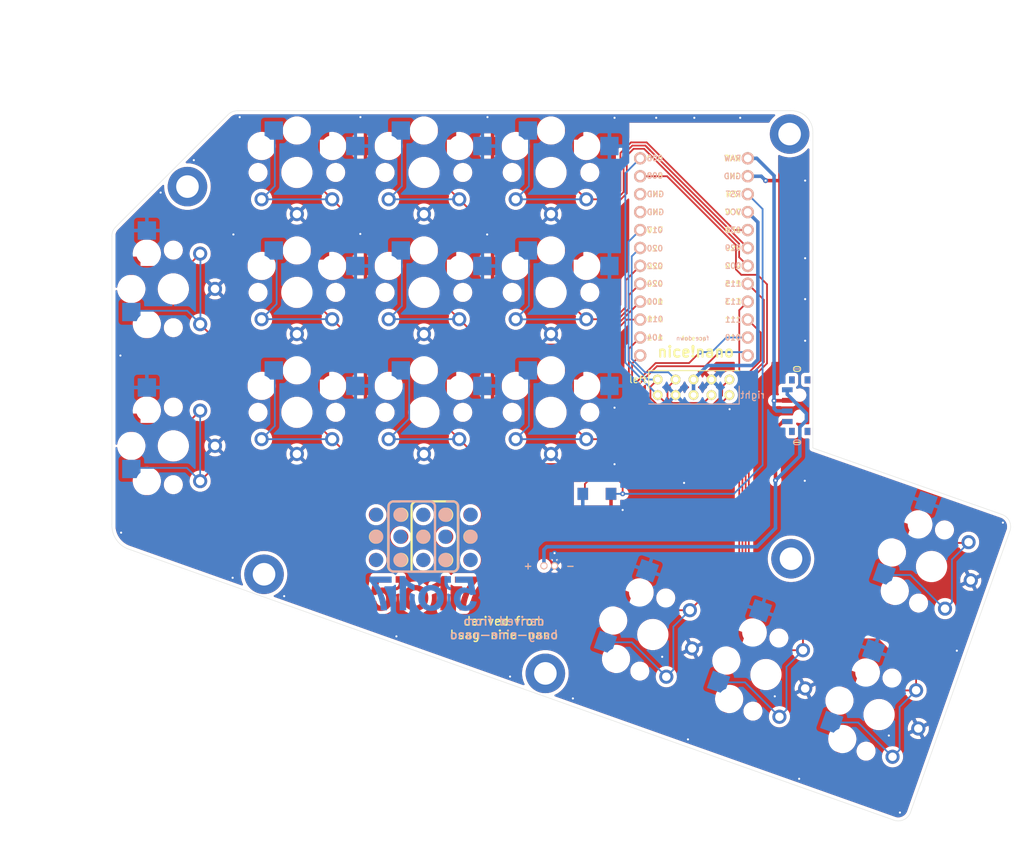
<source format=kicad_pcb>
(kicad_pcb (version 20211014) (generator pcbnew)
  (title_block (title "5o17 Nice Nano") (date "2022-11-12") (rev "v1.17.0"))
  (layers (0 "F.Cu" signal) (31 "B.Cu" signal) (34 "B.Paste" user) (35 "F.Paste" user) (36 "B.SilkS" user "B.Silkscreen") (37 "F.SilkS" user "F.Silkscreen") (38 "B.Mask" user) (39 "F.Mask" user) (44 "Edge.Cuts" user))
  (net 0 "")
  (net 1 "BAT+")
  (net 2 "GND")
  (net 3 "MOSI")
  (net 4 "SCK")
  (net 5 "VCC")
  (net 6 "CS")
  (net 7 "RST")
  (net 8 "D14")
  (net 9 "D5")
  (net 10 "D6")
  (net 11 "D15")
  (net 12 "BATIN")
  (net 13 "D21")
  (net 14 "D20")
  (net 15 "D19")
  (net 16 "D8")
  (net 17 "D7")
  (net 20 "D4")
  (net 21 "D9")
  (net 22 "D10")
  (net 23 "D11")
  (net 24 "D16")
  (net 25 "D17")
  (footprint "MountingHole:MountingHole_3.2mm_M3_DIN965_Pad" (layer "F.Cu") (at 94.01187 61.217673)
    (fp_text reference "REF**" hide)
    (fp_text value "MountingHole_3.2mm_M3_DIN965_Pad" hide)
  )
  (footprint "MountingHole:MountingHole_3.2mm_M3_DIN965_Pad" (layer "F.Cu") (at 144.711869 130.217674)
    (fp_text reference "REF**" hide)
    (fp_text value "MountingHole_3.2mm_M3_DIN965_Pad" hide)
  )
  (footprint "footprints:OLED_5Pin" (layer "F.Cu") (at 160.621869 90.762674)
    (fp_text reference "J3" hide)
    (fp_text value "nice!view" hide)
  )
  (footprint "footprints:pg1350-rev-hs-1U" (layer "F.Cu") (at 109.511867 59.217674)
    (fp_text reference "SW2" hide)
    (fp_text value "SW_Push" hide)
  )
  (footprint "footprints:pg1350-rev-hs-1U" (layer "F.Cu") (at 145.511869 59.217673)
    (fp_text reference "SW4" hide)
    (fp_text value "SW_Push" hide)
  )
  (footprint "footprints:pg1350-rev-hs-1.25U" (layer "F.Cu") (at 92.011869 97.967673)
    (fp_text reference "SW8" hide)
    (fp_text value "SW_Push" hide)
  )
  (footprint "footprints:pwr-sw-smd-pcm12" (layer "F.Cu") (at 180.411868 92.267673 90)
    (fp_text reference "SWF1" hide)
    (fp_text value "Power on/off switch" hide)
  )
  (footprint "footprints:JST-ZH-2p-1.5" (layer "F.Cu") (at 145.261869 114.967673)
    (fp_text reference "J1" hide)
    (fp_text value "JST connector" hide)
  )
  (footprint "footprints:pg1350-rev-hs-1.25U" (layer "F.Cu") (at 175.954772 130.381788 -19.5)
    (fp_text reference "SW13" hide)
    (fp_text value "SW_Push" hide)
  )
  (footprint "MountingHole:MountingHole_3.2mm_M3_DIN965_Pad" (layer "F.Cu") (at 179.511868 113.967673)
    (fp_text reference "REF**" hide)
    (fp_text value "MountingHole_3.2mm_M3_DIN965_Pad" hide)
  )
  (footprint "footprints:pg1350-rev-hs-1U" (layer "F.Cu") (at 109.511867 93.217673)
    (fp_text reference "SW9" hide)
    (fp_text value "SW_Push" hide)
  )
  (footprint "footprints:pg1350-rev-hs-1U" (layer "F.Cu") (at 127.51187 76.217672)
    (fp_text reference "SW6" hide)
    (fp_text value "SW_Push" hide)
  )
  (footprint "footprints:b3u1000p" (layer "F.Cu") (at 152.011868 104.767673 180)
    (fp_text reference "RESET1" hide)
    (fp_text value "SW_Push" hide)
  )
  (footprint "MountingHole:MountingHole_3.2mm_M3_DIN965_Pad" (layer "F.Cu") (at 104.861869 116.167673)
    (fp_text reference "REF**" hide)
    (fp_text value "MountingHole_3.2mm_M3_DIN965_Pad" hide)
  )
  (footprint "footprints:pg1350-rev-hs-1U" (layer "F.Cu") (at 92.011869 75.717672 90)
    (fp_text reference "SW1" hide)
    (fp_text value "SW_Push" hide)
  )
  (footprint "MountingHole:MountingHole_3.2mm_M3_DIN965_Pad" (layer "F.Cu") (at 179.311869 53.767673)
    (fp_text reference "REF**" hide)
    (fp_text value "MountingHole_3.2mm_M3_DIN965_Pad" hide)
  )
  (footprint "footprints:pg1350-rev-hs-1U" (layer "F.Cu") (at 145.511868 76.217672)
    (fp_text reference "SW7" hide)
    (fp_text value "SW_Push" hide)
  )
  (footprint "footprints:nine-silk" (layer "F.Cu") (at 135.044915 110.979549)
    (fp_text reference "G***" hide)
    (fp_text value "LOGO" hide)
  )
  (footprint "footprints:pg1350-rev-hs-1U" (layer "F.Cu") (at 145.511868 93.217673)
    (fp_text reference "SW11" hide)
    (fp_text value "SW_Push" hide)
  )
  (footprint "footprints:pg1350-rev-hs-1.25U" (layer "F.Cu") (at 191.979678 136.056505 -19.5)
    (fp_text reference "SW13" hide)
    (fp_text value "SW_Push" hide)
  )
  (footprint "footprints:OLED_5Pin" (layer "F.Cu") (at 160.621869 88.562673)
    (fp_text reference "J2" hide)
    (fp_text value "nice!view" hide)
  )
  (footprint "footprints:pg1350-rev-hs-1U" (layer "F.Cu") (at 199.414055 115.062473 70.5)
    (fp_text reference "SW15" hide)
    (fp_text value "SW_Push" hide)
  )
  (footprint "footprints:nice-nano-no-rev" (layer "F.Cu") (at 165.761867 69.917673)
    (fp_text reference "U1" hide)
    (fp_text value "nice_nano" hide)
  )
  (footprint "footprints:pg1350-rev-hs-1U" (layer "F.Cu") (at 127.511867 93.217673)
    (fp_text reference "SW10" hide)
    (fp_text value "SW_Push" hide)
  )
  (footprint "footprints:pg1350-rev-hs-1U" (layer "F.Cu") (at 127.511868 59.217673)
    (fp_text reference "SW3" hide)
    (fp_text value "SW_Push" hide)
  )
  (footprint "footprints:pg1350-rev-hs-1.25U" (layer "F.Cu") (at 159.929869 124.707074 -19.5)
    (fp_text reference "SW12" hide)
    (fp_text value "SW_Push" hide)
  )
  (footprint "footprints:pg1350-rev-hs-1U" (layer "F.Cu") (at 109.511869 76.217675)
    (fp_text reference "SW5" hide)
    (fp_text value "SW_Push" hide)
  )
  (footprint "footprints:nine-silk" (layer "B.Cu") (at 119.794915 110.979549 180)
    (fp_text reference "G***" hide)
    (fp_text value "LOGO" hide)
  )
  (gr_line locked (start 83.761867 67.017673) (end 99.661868 51.117673) (layer "Edge.Cuts") (width 0.05))
  (gr_line locked (start 83.311869 109.042673) (end 83.311868 68.267673) (layer "Edge.Cuts") (width 0.05))
  (gr_line locked (start 101.11187 50.467674) (end 179.411868 50.467672) (layer "Edge.Cuts") (width 0.05))
  (gr_arc locked (start 196.411775 149.992389) (mid 195.380091 151.002364) (end 193.936774 150.967389) (layer "Edge.Cuts") (width 0.05))
  (gr_line locked (start 193.936774 150.967389) (end 85.861867 112.667673) (layer "Edge.Cuts") (width 0.05))
  (gr_arc locked (start 83.311868 68.267673) (mid 83.410852 67.597308) (end 83.761867 67.017673) (layer "Edge.Cuts") (width 0.05))
  (gr_arc locked (start 85.861867 112.667673) (mid 83.957987 111.29756) (end 83.311869 109.042673) (layer "Edge.Cuts") (width 0.05))
  (gr_line locked (start 182.611869 53.667674) (end 182.611869 98.272808) (layer "Edge.Cuts") (width 0.05))
  (gr_line (start 182.611869 98.272808) (end 209.395116 107.687145) (layer "Edge.Cuts") (width 0.05))
  (gr_line (start 210.460129 110.180473) (end 196.411775 149.992389) (layer "Edge.Cuts") (width 0.05))
  (gr_arc locked (start 179.411868 50.467672) (mid 181.725368 51.354182) (end 182.611869 53.667674) (layer "Edge.Cuts") (width 0.05))
  (gr_arc locked (start 209.395116 107.687145) (mid 210.475 108.7) (end 210.460129 110.180473) (layer "Edge.Cuts") (width 0.05))
  (gr_arc locked (start 99.661868 51.117673) (mid 100.315259 50.632923) (end 101.11187 50.467674) (layer "Edge.Cuts") (width 0.05))
  (gr_text "derived from\nbsag-nine-nano" (at 138.844915 123.779549) (layer "B.SilkS") (effects (font (size 1.2 1.2) (thickness 0.2)) (justify mirror)))
  (gr_text "derived from\nbsag-nine-nano" (at 138.844915 123.779549) (layer "F.SilkS") (effects (font (size 1.2 1.2) (thickness 0.2))))
  (segment locked (start 177.311868 95.567672) (end 178.361868 94.517673) (width 0.5) (layer "F.Cu") (net 1))
  (segment locked (start 177.311868 102.867673) (end 177.311868 95.567672) (width 0.5) (layer "F.Cu") (net 1))
  (segment locked (start 178.361868 94.517673) (end 178.981869 94.517672) (width 0.5) (layer "F.Cu") (net 1))
  (via locked (at 177.311868 102.867673) (size 0.7) (drill 0.3) (layers "F.Cu" "B.Cu") (net 1))
  (segment (start 174.68179 112.267673) (end 177.311867 109.637596) (width 0.5) (layer "B.Cu") (net 1))
  (segment (start 177.311867 109.637596) (end 177.311868 102.867673) (width 0.5) (layer "B.Cu") (net 1))
  (segment locked (start 178.981868 90.017673) (end 178.981869 90.664167) (width 0.5) (layer "B.Cu") (net 1))
  (segment locked (start 180.761868 95.297673) (end 180.761867 99.417673) (width 0.5) (layer "B.Cu") (net 1))
  (segment locked (start 181.691869 93.374169) (end 181.691869 94.367672) (width 0.5) (layer "B.Cu") (net 1))
  (segment locked (start 178.981869 90.664167) (end 181.691869 93.374169) (width 0.5) (layer "B.Cu") (net 1))
  (segment locked (start 144.511869 112.667672) (end 144.91187 112.267673) (width 0.5) (layer "B.Cu") (net 1))
  (segment locked (start 180.761867 99.417673) (end 177.311868 102.867673) (width 0.5) (layer "B.Cu") (net 1))
  (segment (start 144.91187 112.267673) (end 174.68179 112.267673) (width 0.5) (layer "B.Cu") (net 1))
  (segment locked (start 181.691869 94.367672) (end 180.761868 95.297673) (width 0.5) (layer "B.Cu") (net 1))
  (segment locked (start 144.51187 114.967673) (end 144.511869 112.667672) (width 0.5) (layer "B.Cu") (net 1))
  (segment (start 175.91187 60.367673) (end 181.511868 60.367673) (width 0.5) (layer "F.Cu") (net 2))
  (segment (start 155.661868 107.054549) (end 154.044914 107.054549) (width 0.5) (layer "F.Cu") (net 2))
  (segment (start 154.044914 107.054549) (end 154.011867 107.021502) (width 0.5) (layer "F.Cu") (net 2))
  (segment (start 154.011867 107.021502) (end 154.011868 104.767673) (width 0.5) (layer "F.Cu") (net 2))
  (via locked (at 136.511868 51.367674) (size 0.7) (drill 0.3) (layers "F.Cu" "B.Cu") (net 2))
  (via locked (at 146.011869 113.167673) (size 0.7) (drill 0.3) (layers "F.Cu" "B.Cu") (net 2))
  (via locked (at 181.511868 77.167673) (size 0.7) (drill 0.3) (layers "F.Cu" "B.Cu") (net 2))
  (via (at 155.661868 107.054549) (size 0.7) (drill 0.3) (layers "F.Cu" "B.Cu") (net 2))
  (via locked (at 123.611868 124.967673) (size 0.7) (drill 0.3) (layers "F.Cu" "B.Cu") (net 2))
  (via locked (at 172.311868 51.467673) (size 0.7) (drill 0.3) (layers "F.Cu" "B.Cu") (net 2))
  (via locked (at 170.811867 92.767672) (size 0.7) (drill 0.3) (layers "F.Cu" "B.Cu") (net 2))
  (via (at 154.511868 92.554549) (size 0.7) (drill 0.3) (layers "F.Cu" "B.Cu") (net 2))
  (via locked (at 181.511868 71.367673) (size 0.7) (drill 0.3) (layers "F.Cu" "B.Cu") (net 2))
  (via locked (at 160.411868 51.467672) (size 0.7) (drill 0.3) (layers "F.Cu" "B.Cu") (net 2))
  (via locked (at 139.711869 130.667675) (size 0.7) (drill 0.3) (layers "F.Cu" "B.Cu") (net 2))
  (via locked (at 94.911868 57.467672) (size 0.7) (drill 0.3) (layers "F.Cu" "B.Cu") (net 2))
  (via locked (at 100.411869 116.667673) (size 0.7) (drill 0.3) (layers "F.Cu" "B.Cu") (net 2))
  (via locked (at 175.91187 60.367673) (size 0.7) (drill 0.3) (layers "F.Cu" "B.Cu") (net 2))
  (via locked (at 84.611867 110.267674) (size 0.7) (drill 0.3) (layers "F.Cu" "B.Cu") (net 2))
  (via locked (at 148.611869 133.767673) (size 0.7) (drill 0.3) (layers "F.Cu" "B.Cu") (net 2))
  (via locked (at 209.525 108.85) (size 0.7) (drill 0.3) (layers "F.Cu" "B.Cu") (net 2))
  (via locked (at 164.911869 139.567673) (size 0.7) (drill 0.3) (layers "F.Cu" "B.Cu") (net 2))
  (via (at 136.469914 68.00455) (size 0.7) (drill 0.3) (layers "F.Cu" "B.Cu") (net 2))
  (via locked (at 181.511868 60.367673) (size 0.7) (drill 0.3) (layers "F.Cu" "B.Cu") (net 2))
  (via locked (at 194.936775 149.94239) (size 0.7) (drill 0.3) (layers "F.Cu" "B.Cu") (net 2))
  (via (at 180.664855 145.155838) (size 0.7) (drill 0.3) (layers "F.Cu" "B.Cu") (net 2))
  (via locked (at 181.461867 102.917673) (size 0.7) (drill 0.3) (layers "F.Cu" "B.Cu") (net 2))
  (via (at 118.494915 67.92955) (size 0.7) (drill 0.3) (layers "F.Cu" "B.Cu") (net 2))
  (via locked (at 161.261868 127.867674) (size 0.7) (drill 0.3) (layers "F.Cu" "B.Cu") (net 2))
  (via locked (at 164.361869 103.217675) (size 0.7) (drill 0.3) (layers "F.Cu" "B.Cu") (net 2))
  (via locked (at 177.211869 133.467675) (size 0.7) (drill 0.3) (layers "F.Cu" "B.Cu") (net 2))
  (via locked (at 181.511867 83.067673) (size 0.7) (drill 0.3) (layers "F.Cu" "B.Cu") (net 2))
  (via locked (at 118.511868 51.367673) (size 0.7) (drill 0.3) (layers "F.Cu" "B.Cu") (net 2))
  (via locked (at 165.81187 51.467674) (size 0.7) (drill 0.3) (layers "F.Cu" "B.Cu") (net 2))
  (via locked (at 154.51187 51.467673) (size 0.7) (drill 0.3) (layers "F.Cu" "B.Cu") (net 2))
  (via locked (at 107.711868 119.267673) (size 0.7) (drill 0.3) (layers "F.Cu" "B.Cu") (net 2))
  (via locked (at 90.211868 62.067672) (size 0.7) (drill 0.3) (layers "F.Cu" "B.Cu") (net 2))
  (via locked (at 154.511868 100.567673) (size 0.7) (drill 0.3) (layers "F.Cu" "B.Cu") (net 2))
  (via (at 193.369915 139.029549) (size 0.7) (drill 0.3) (layers "F.Cu" "B.Cu") (net 2))
  (via locked (at 84.511869 85.167673) (size 0.7) (drill 0.3) (layers "F.Cu" "B.Cu") (net 2))
  (via (at 100.519915 68.004549) (size 0.7) (drill 0.3) (layers "F.Cu" "B.Cu") (net 2))
  (via (at 203 127) (size 0.7) (drill 0.3) (layers "F.Cu" "B.Cu") (net 2))
  (via locked (at 101.41187 51.367673) (size 0.7) (drill 0.3) (layers "F.Cu" "B.Cu") (net 2))
  (segment locked (start 169.490368 91.446173) (end 170.811867 92.767672) (width 0.5) (layer "B.Cu") (net 2))
  (segment locked (start 169.490369 89.811173) (end 169.490368 91.446173) (width 0.5) (layer "B.Cu") (net 2))
  (segment locked (start 168.241869 88.562672) (end 169.490369 89.811173) (width 0.5) (layer "B.Cu") (net 2))
  (segment locked (start 146.011868 114.967673) (end 146.011869 113.167673) (width 0.5) (layer "B.Cu") (net 2))
  (segment (start 150.011868 106.971502) (end 150.094914 107.054549) (width 0.5) (layer "B.Cu") (net 2))
  (segment (start 150.094914 107.054549) (end 155.661868 107.054549) (width 0.5) (layer "B.Cu") (net 2))
  (segment locked (start 165.166867 92.767673) (end 170.811867 92.767672) (width 0.5) (layer "B.Cu") (net 2))
  (segment locked (start 173.38187 59.751673) (end 175.295869 59.751672) (width 0.5) (layer "B.Cu") (net 2))
  (segment locked (start 175.295869 59.751672) (end 175.91187 60.367673) (width 0.5) (layer "B.Cu") (net 2))
  (segment locked (start 163.161867 90.762673) (end 165.166867 92.767673) (width 0.5) (layer "B.Cu") (net 2))
  (segment (start 150.011868 104.767673) (end 150.011868 106.971502) (width 0.5) (layer "B.Cu") (net 2))
  (segment locked (start 170.781867 90.762672) (end 168.75837 92.786174) (width 0.25) (layer "F.Cu") (net 3))
  (segment locked (start 159.598367 91.186621) (end 159.598368 89.586172) (width 0.25) (layer "F.Cu") (net 3))
  (segment locked (start 159.598368 89.586172) (end 160.621869 88.562673) (width 0.25) (layer "F.Cu") (net 3))
  (segment locked (start 161.197922 92.786173) (end 159.598367 91.186621) (width 0.25) (layer "F.Cu") (net 3))
  (segment locked (start 168.75837 92.786174) (end 161.197922 92.786173) (width 0.25) (layer "F.Cu") (net 3))
  (segment locked (start 156.49057 85.835664) (end 156.490567 69.022973) (width 0.25) (layer "B.Cu") (net 3))
  (segment locked (start 159.217578 88.562673) (end 156.49057 85.835664) (width 0.25) (layer "B.Cu") (net 3))
  (segment locked (start 156.490567 69.022973) (end 158.14187 67.371673) (width 0.25) (layer "B.Cu") (net 3))
  (segment locked (start 160.621869 88.562673) (end 159.217578 88.562673) (width 0.25) (layer "B.Cu") (net 3))
  (segment locked (start 162.011868 89.712674) (end 163.161867 88.562673) (width 0.25) (layer "F.Cu") (net 4))
  (segment locked (start 168.241867 90.762673) (end 167.118368 91.886172) (width 0.25) (layer "F.Cu") (net 4))
  (segment locked (start 162.696498 91.886174) (end 162.011868 91.201542) (width 0.25) (layer "F.Cu") (net 4))
  (segment locked (start 167.118368 91.886172) (end 162.696498 91.886174) (width 0.25) (layer "F.Cu") (net 4))
  (segment locked (start 162.011868 91.201542) (end 162.011868 89.712674) (width 0.25) (layer "F.Cu") (net 4))
  (segment locked (start 156.940569 85.649267) (end 156.940567 71.112973) (width 0.25) (layer "B.Cu") (net 4))
  (segment locked (start 163.161867 88.562673) (end 162.138368 87.539173) (width 0.25) (layer "B.Cu") (net 4))
  (segment locked (start 162.138368 87.539173) (end 158.830472 87.539173) (width 0.25) (layer "B.Cu") (net 4))
  (segment locked (start 156.940567 71.112973) (end 158.141867 69.911673) (width 0.25) (layer "B.Cu") (net 4))
  (segment locked (start 158.830472 87.539173) (end 156.940569 85.649267) (width 0.25) (layer "B.Cu") (net 4))
  (segment locked (start 165.701868 88.562672) (end 167.686569 86.577972) (width 0.5) (layer "B.Cu") (net 5))
  (segment locked (start 174.811869 85.738765) (end 174.811869 66.261673) (width 0.5) (layer "B.Cu") (net 5))
  (segment locked (start 174.811869 66.261673) (end 173.38187 64.831673) (width 0.5) (layer "B.Cu") (net 5))
  (segment locked (start 167.686569 86.577972) (end 173.972663 86.577972) (width 0.5) (layer "B.Cu") (net 5))
  (segment locked (start 165.70187 90.762673) (end 165.701868 88.562672) (width 0.5) (layer "B.Cu") (net 5))
  (segment locked (start 173.972663 86.577972) (end 174.811869 85.738765) (width 0.5) (layer "B.Cu") (net 5))
  (segment locked (start 160.621869 90.762674) (end 162.195369 92.336174) (width 0.25) (layer "F.Cu") (net 6))
  (segment locked (start 168.243369 92.336172) (end 169.758369 90.821174) (width 0.25) (layer "F.Cu") (net 6))
  (segment locked (start 162.195369 92.336174) (end 168.243369 92.336172) (width 0.25) (layer "F.Cu") (net 6))
  (segment locked (start 169.758369 90.821174) (end 169.758367 89.586173) (width 0.25) (layer "F.Cu") (net 6))
  (segment locked (start 169.758367 89.586173) (end 170.781868 88.562673) (width 0.25) (layer "F.Cu") (net 6))
  (segment locked (start 156.040567 86.181373) (end 160.621869 90.762674) (width 0.25) (layer "B.Cu") (net 6))
  (segment locked (start 156.040568 59.312973) (end 156.040567 86.181373) (width 0.25) (layer "B.Cu") (net 6))
  (segment locked (start 158.141868 57.211673) (end 156.040568 59.312973) (width 0.25) (layer "B.Cu") (net 6))
  (segment (start 154.95804 102.717674) (end 155.661869 103.421503) (width 0.25) (layer "F.Cu") (net 7))
  (segment (start 153.611869 102.717675) (end 154.95804 102.717674) (width 0.25) (layer "F.Cu") (net 7))
  (segment (start 155.661869 103.421503) (end 155.661869 104.767675) (width 0.25) (layer "F.Cu") (net 7))
  (segment locked (start 150.311867 104.767673) (end 150.311869 103.367673) (width 0.25) (layer "F.Cu") (net 7))
  (segment locked (start 150.311869 103.367673) (end 150.961868 102.717672) (width 0.25) (layer "F.Cu") (net 7))
  (segment locked (start 150.961868 102.717672) (end 153.611869 102.717675) (width 0.25) (layer "F.Cu") (net 7))
  (via locked (at 155.661869 104.767675) (size 0.7) (drill 0.3) (layers "F.Cu" "B.Cu") (net 7))
  (segment (start 175.486868 88.946503) (end 175.486869 64.396672) (width 0.25) (layer "B.Cu") (net 7))
  (segment (start 171.406789 104.767674) (end 175.486868 100.687596) (width 0.25) (layer "B.Cu") (net 7))
  (segment (start 155.661869 104.767675) (end 171.406789 104.767674) (width 0.25) (layer "B.Cu") (net 7))
  (segment locked (start 175.486869 64.396672) (end 173.381867 62.291673) (width 0.25) (layer "B.Cu") (net 7))
  (segment (start 175.486868 100.687596) (end 175.486868 88.946503) (width 0.25) (layer "B.Cu") (net 7))
  (segment locked (start 153.711867 104.767673) (end 155.661869 104.767675) (width 0.25) (layer "B.Cu") (net 7))
  (segment (start 172.630569 88.482499) (end 172.630569 114.565203) (width 0.25) (layer "F.Cu") (net 8))
  (segment (start 181.205843 126.937048) (end 173.067835 126.937048) (width 0.25) (layer "F.Cu") (net 8))
  (segment (start 173.067835 126.937048) (end 171.439275 125.308486) (width 0.25) (layer "F.Cu") (net 8))
  (segment (start 172.630569 114.565203) (end 181.205843 123.140478) (width 0.25) (layer "F.Cu") (net 8))
  (segment (start 175.21187 81.901673) (end 175.21187 85.901198) (width 0.25) (layer "F.Cu") (net 8))
  (segment (start 173.381867 80.071673) (end 175.21187 81.901673) (width 0.25) (layer "F.Cu") (net 8))
  (segment (start 181.205843 123.140478) (end 181.205843 126.937048) (width 0.25) (layer "F.Cu") (net 8))
  (segment (start 175.21187 85.901198) (end 172.630569 88.482499) (width 0.25) (layer "F.Cu") (net 8))
  (segment locked (start 169.252839 131.482789) (end 172.987102 131.482789) (width 0.25) (layer "B.Cu") (net 8))
  (segment locked (start 178.867775 129.275118) (end 181.205843 126.937048) (width 0.25) (layer "B.Cu") (net 8))
  (segment locked (start 177.867775 136.363463) (end 178.867776 135.363463) (width 0.25) (layer "B.Cu") (net 8))
  (segment locked (start 172.987102 131.482789) (end 177.867775 136.363463) (width 0.25) (layer "B.Cu") (net 8))
  (segment locked (start 178.867776 135.363463) (end 178.867775 129.275118) (width 0.25) (layer "B.Cu") (net 8))
  (segment (start 146.894915 83.579549) (end 151.457596 83.579549) (width 0.25) (layer "F.Cu") (net 9))
  (segment (start 132.533037 80.017672) (end 136.119915 83.604549) (width 0.25) (layer "F.Cu") (net 9))
  (segment (start 156.544915 78.49223) (end 156.544915 76.588626) (width 0.25) (layer "F.Cu") (net 9))
  (segment (start 146.869915 83.604549) (end 146.894915 83.579549) (width 0.25) (layer "F.Cu") (net 9))
  (segment (start 132.51187 80.017672) (end 132.533037 80.017672) (width 0.25) (layer "F.Cu") (net 9))
  (segment (start 156.544915 76.588626) (end 158.141867 74.991673) (width 0.25) (layer "F.Cu") (net 9))
  (segment (start 130.636867 70.405176) (end 130.636868 78.130172) (width 0.25) (layer "F.Cu") (net 9))
  (segment (start 151.457596 83.579549) (end 156.544915 78.49223) (width 0.25) (layer "F.Cu") (net 9))
  (segment (start 136.119915 83.604549) (end 146.869915 83.604549) (width 0.25) (layer "F.Cu") (net 9))
  (segment (start 130.636868 78.130172) (end 132.511869 80.005174) (width 0.25) (layer "F.Cu") (net 9))
  (segment (start 130.786867 70.255173) (end 130.636867 70.405176) (width 0.25) (layer "F.Cu") (net 9))
  (segment (start 124.236867 70.255173) (end 124.386868 70.405173) (width 0.25) (layer "B.Cu") (net 9))
  (segment (start 124.386868 70.405173) (end 124.386867 78.130172) (width 0.25) (layer "B.Cu") (net 9))
  (segment (start 122.511869 80.005173) (end 132.511869 80.005174) (width 0.25) (layer "B.Cu") (net 9))
  (segment (start 124.386867 78.130172) (end 122.511869 80.005173) (width 0.25) (layer "B.Cu") (net 9))
  (segment (start 112.761867 70.255172) (end 112.319915 70.697124) (width 0.25) (layer "F.Cu") (net 10))
  (segment (start 114.511869 80.017674) (end 118.548744 84.054549) (width 0.25) (layer "F.Cu") (net 10))
  (segment (start 112.319915 77.83822) (end 114.486869 80.005173) (width 0.25) (layer "F.Cu") (net 10))
  (segment (start 118.548744 84.054549) (end 151.618992 84.05455) (width 0.25) (layer "F.Cu") (net 10))
  (segment (start 112.319915 70.697124) (end 112.319915 77.83822) (width 0.25) (layer "F.Cu") (net 10))
  (segment (start 151.618992 84.05455) (end 158.141868 77.531673) (width 0.25) (layer "F.Cu") (net 10))
  (segment (start 106.644914 77.847126) (end 104.486868 80.005173) (width 0.25) (layer "B.Cu") (net 10))
  (segment (start 106.644915 70.688221) (end 106.644914 77.847126) (width 0.25) (layer "B.Cu") (net 10))
  (segment (start 106.211867 70.255172) (end 106.644915 70.688221) (width 0.25) (layer "B.Cu") (net 10))
  (segment (start 104.486868 80.005173) (end 114.486869 80.005173) (width 0.25) (layer "B.Cu") (net 10))
  (segment locked (start 172.180569 78.732973) (end 172.180569 98.262705) (width 0.25) (layer "F.Cu") (net 11))
  (segment (start 172.180569 114.262705) (end 168.84182 117.601454) (width 0.25) (layer "F.Cu") (net 11))
  (segment locked (start 157.04293 121.262332) (end 165.180941 121.262332) (width 0.25) (layer "F.Cu") (net 11))
  (segment (start 172.180569 98.262705) (end 172.180569 114.262705) (width 0.25) (layer "F.Cu") (net 11))
  (segment (start 168.84182 117.601454) (end 165.180941 121.262332) (width 0.25) (layer "F.Cu") (net 11))
  (segment locked (start 173.38187 77.531673) (end 172.180569 78.732973) (width 0.25) (layer "F.Cu") (net 11))
  (segment (start 172.180569 114.262704) (end 168.84182 117.601454) (width 0.25) (layer "F.Cu") (net 11))
  (segment locked (start 155.414369 119.633772) (end 157.04293 121.262332) (width 0.25) (layer "F.Cu") (net 11))
  (segment locked (start 161.842872 130.688747) (end 162.842872 129.688746) (width 0.25) (layer "B.Cu") (net 11))
  (segment locked (start 162.842872 129.688746) (end 162.842871 123.600401) (width 0.25) (layer "B.Cu") (net 11))
  (segment locked (start 153.227935 125.808074) (end 156.962197 125.808072) (width 0.25) (layer "B.Cu") (net 11))
  (segment locked (start 162.842871 123.600401) (end 165.180941 121.262332) (width 0.25) (layer "B.Cu") (net 11))
  (segment locked (start 156.962197 125.808072) (end 161.842872 130.688747) (width 0.25) (layer "B.Cu") (net 11))
  (segment locked (start 178.931869 91.567674) (end 178.981867 91.517673) (width 0.5) (layer "F.Cu") (net 12))
  (segment locked (start 177.111867 91.567674) (end 178.931869 91.567674) (width 0.5) (layer "F.Cu") (net 12))
  (via locked (at 177.111867 91.567674) (size 0.7) (drill 0.3) (layers "F.Cu" "B.Cu") (net 12))
  (segment locked (start 178.981869 93.017675) (end 177.461869 93.017673) (width 0.5) (layer "B.Cu") (net 12))
  (segment (start 177.111869 59.667673) (end 177.111867 91.567674) (width 0.5) (layer "B.Cu") (net 12))
  (segment (start 177.111869 92.667673) (end 177.111869 91.567676) (width 0.5) (layer "B.Cu") (net 12))
  (segment (start 177.111869 91.567676) (end 177.111867 91.567674) (width 0.5) (layer "B.Cu") (net 12))
  (segment locked (start 174.655869 57.211672) (end 173.381868 57.211674) (width 0.5) (layer "B.Cu") (net 12))
  (segment locked (start 177.461869 93.017673) (end 177.111869 92.667673) (width 0.5) (layer "B.Cu") (net 12))
  (segment (start 174.655869 57.211672) (end 177.111869 59.667673) (width 0.5) (layer "B.Cu") (net 12))
  (segment (start 155.344915 56.456757) (end 156.847122 54.954549) (width 0.25) (layer "F.Cu") (net 13))
  (segment locked (start 148.636866 61.142673) (end 150.511868 63.017672) (width 0.25) (layer "F.Cu") (net 13))
  (segment locked (start 148.636868 53.417675) (end 148.636866 61.142673) (width 0.25) (layer "F.Cu") (net 13))
  (segment (start 154.131791 63.017673) (end 155.344915 61.804549) (width 0.25) (layer "F.Cu") (net 13))
  (segment (start 150.511868 63.017673) (end 154.131791 63.017673) (width 0.25) (layer "F.Cu") (net 13))
  (segment locked (start 171.478264 67.371673) (end 173.381868 67.371673) (width 0.25) (layer "F.Cu") (net 13))
  (segment (start 155.344915 61.804549) (end 155.344915 56.456757) (width 0.25) (layer "F.Cu") (net 13))
  (segment locked (start 148.786869 53.267673) (end 148.636868 53.417675) (width 0.25) (layer "F.Cu") (net 13))
  (segment (start 156.847122 54.954549) (end 159.061139 54.95455) (width 0.25) (layer "F.Cu") (net 13))
  (segment (start 159.061139 54.95455) (end 171.478264 67.371673) (width 0.25) (layer "F.Cu") (net 13))
  (segment locked (start 142.38687 53.417675) (end 142.38687 61.142672) (width 0.25) (layer "B.Cu") (net 13))
  (segment locked (start 140.511867 63.017673) (end 150.511868 63.017672) (width 0.25) (layer "B.Cu") (net 13))
  (segment locked (start 142.38687 61.142672) (end 140.511867 63.017673) (width 0.25) (layer "B.Cu") (net 13))
  (segment locked (start 142.236869 53.267672) (end 142.38687 53.417675) (width 0.25) (layer "B.Cu") (net 13))
  (segment (start 159.547329 56.077135) (end 173.381868 69.911674) (width 0.25) (layer "F.Cu") (net 14))
  (segment locked (start 132.511867 63.017673) (end 136.36187 66.867673) (width 0.25) (layer "F.Cu") (net 14))
  (segment locked (start 130.636868 61.142674) (end 132.511867 63.017673) (width 0.25) (layer "F.Cu") (net 14))
  (segment (start 136.36187 66.867673) (end 150.918187 66.867673) (width 0.25) (layer "F.Cu") (net 14))
  (segment (start 158.874743 55.404549) (end 159.547329 56.077135) (width 0.25) (layer "F.Cu") (net 14))
  (segment (start 155.794914 56.643153) (end 157.033518 55.404549) (width 0.25) (layer "F.Cu") (net 14))
  (segment (start 157.033518 55.404549) (end 158.874743 55.404549) (width 0.25) (layer "F.Cu") (net 14))
  (segment (start 159.030569 55.560374) (end 159.547329 56.077135) (width 0.25) (layer "F.Cu") (net 14))
  (segment locked (start 130.786869 53.267673) (end 130.636867 53.417674) (width 0.25) (layer "F.Cu") (net 14))
  (segment (start 155.794915 61.990945) (end 155.794914 56.643153) (width 0.25) (layer "F.Cu") (net 14))
  (segment locked (start 130.636867 53.417674) (end 130.636868 61.142674) (width 0.25) (layer "F.Cu") (net 14))
  (segment (start 150.918187 66.867673) (end 155.794915 61.990945) (width 0.25) (layer "F.Cu") (net 14))
  (segment locked (start 124.38687 53.417674) (end 124.38687 61.142671) (width 0.25) (layer "B.Cu") (net 14))
  (segment locked (start 124.236867 53.267673) (end 124.38687 53.417674) (width 0.25) (layer "B.Cu") (net 14))
  (segment locked (start 122.511869 63.017674) (end 132.511867 63.017673) (width 0.25) (layer "B.Cu") (net 14))
  (segment locked (start 124.38687 61.142671) (end 122.511869 63.017674) (width 0.25) (layer "B.Cu") (net 14))
  (segment (start 151.104583 67.317673) (end 156.244915 62.177341) (width 0.25) (layer "F.Cu") (net 15))
  (segment (start 158.688347 55.854549) (end 172.161868 69.32807) (width 0.25) (layer "F.Cu") (net 15))
  (segment (start 157.219915 55.854549) (end 158.688347 55.854549) (width 0.25) (layer "F.Cu") (net 15))
  (segment (start 156.244915 56.829549) (end 157.219915 55.854549) (width 0.25) (layer "F.Cu") (net 15))
  (segment locked (start 112.636866 53.417674) (end 112.636868 61.142672) (width 0.25) (layer "F.Cu") (net 15))
  (segment locked (start 172.161867 69.532778) (end 172.161869 71.231673) (width 0.25) (layer "F.Cu") (net 15))
  (segment locked (start 172.161869 71.231673) (end 173.381869 72.451673) (width 0.25) (layer "F.Cu") (net 15))
  (segment (start 172.161868 69.32807) (end 172.161867 69.532778) (width 0.25) (layer "F.Cu") (net 15))
  (segment (start 118.811869 67.317673) (end 151.104583 67.317673) (width 0.25) (layer "F.Cu") (net 15))
  (segment (start 156.244915 62.177341) (end 156.244915 56.829549) (width 0.25) (layer "F.Cu") (net 15))
  (segment locked (start 112.636868 61.142672) (end 114.511869 63.017675) (width 0.25) (layer "F.Cu") (net 15))
  (segment locked (start 112.786869 53.267672) (end 112.636866 53.417674) (width 0.25) (layer "F.Cu") (net 15))
  (segment locked (start 114.511869 63.017675) (end 118.811869 67.317673) (width 0.25) (layer "F.Cu") (net 15))
  (segment locked (start 106.386868 61.142672) (end 104.511869 63.017673) (width 0.25) (layer "B.Cu") (net 15))
  (segment locked (start 106.386869 53.417674) (end 106.386868 61.142672) (width 0.25) (layer "B.Cu") (net 15))
  (segment locked (start 104.511869 63.017673) (end 114.511869 63.017675) (width 0.25) (layer "B.Cu") (net 15))
  (segment locked (start 106.236868 53.267672) (end 106.386869 53.417674) (width 0.25) (layer "B.Cu") (net 15))
  (segment (start 150.511868 97.017674) (end 155.047603 97.017673) (width 0.25) (layer "F.Cu") (net 16))
  (segment (start 156.544915 84.208626) (end 158.141867 82.611673) (width 0.25) (layer "F.Cu") (net 16))
  (segment locked (start 148.636866 87.417675) (end 148.636868 95.142672) (width 0.25) (layer "F.Cu") (net 16))
  (segment locked (start 148.786868 87.267673) (end 148.636866 87.417675) (width 0.25) (layer "F.Cu") (net 16))
  (segment (start 156.544915 95.520361) (end 156.544915 84.208626) (width 0.25) (layer "F.Cu") (net 16))
  (segment (start 155.047603 97.017673) (end 156.544915 95.520361) (width 0.25) (layer "F.Cu") (net 16))
  (segment locked (start 148.636868 95.142672) (end 150.511868 97.017673) (width 0.25) (layer "F.Cu") (net 16))
  (segment locked (start 142.236869 87.267675) (end 142.38687 87.417674) (width 0.25) (layer "B.Cu") (net 16))
  (segment locked (start 142.386869 95.142672) (end 140.511869 97.017673) (width 0.25) (layer "B.Cu") (net 16))
  (segment locked (start 142.38687 87.417674) (end 142.386869 95.142672) (width 0.25) (layer "B.Cu") (net 16))
  (segment locked (start 140.511869 97.017673) (end 150.511868 97.017673) (width 0.25) (layer "B.Cu") (net 16))
  (segment (start 156.238264 80.071673) (end 158.141868 80.071673) (width 0.25) (layer "F.Cu") (net 17))
  (segment (start 151.805388 84.504549) (end 156.238264 80.071673) (width 0.25) (layer "F.Cu") (net 17))
  (segment (start 94.328704 72.21334) (end 95.84937 70.692674) (width 0.25) (layer "F.Cu") (net 17))
  (segment (start 99.598746 84.504549) (end 151.805388 84.504549) (width 0.25) (layer "F.Cu") (net 17))
  (segment (start 86.09937 72.417677) (end 86.249368 72.567676) (width 0.25) (layer "F.Cu") (net 17))
  (segment (start 93.94937 72.592673) (end 94.328704 72.21334) (width 0.25) (layer "F.Cu") (net 17))
  (segment (start 95.811869 80.717672) (end 99.598746 84.504549) (width 0.25) (layer "F.Cu") (net 17))
  (segment (start 93.974369 72.567674) (end 94.328704 72.21334) (width 0.25) (layer "F.Cu") (net 17))
  (segment (start 86.061868 72.442672) (end 86.21187 72.592673) (width 0.25) (layer "F.Cu") (net 17))
  (segment (start 86.21187 72.592673) (end 93.94937 72.592673) (width 0.25) (layer "F.Cu") (net 17))
  (segment (start 86.249368 78.817672) (end 93.974368 78.817674) (width 0.25) (layer "B.Cu") (net 17))
  (segment (start 95.849367 80.692674) (end 95.84937 70.692674) (width 0.25) (layer "B.Cu") (net 17))
  (segment (start 86.09937 78.967674) (end 86.249368 78.817672) (width 0.25) (layer "B.Cu") (net 17))
  (segment (start 93.974368 78.817674) (end 95.849367 80.692674) (width 0.25) (layer "B.Cu") (net 17))
  (segment (start 148.586866 70.430173) (end 148.586868 78.155171) (width 0.25) (layer "F.Cu") (net 20))
  (segment (start 150.511868 80.017672) (end 154.383077 80.017672) (width 0.25) (layer "F.Cu") (net 20))
  (segment (start 156.094915 74.498626) (end 158.141868 72.451674) (width 0.25) (layer "F.Cu") (net 20))
  (segment (start 148.736867 70.280173) (end 148.586866 70.430173) (width 0.25) (layer "F.Cu") (net 20))
  (segment (start 148.586868 78.155171) (end 150.461867 80.030173) (width 0.25) (layer "F.Cu") (net 20))
  (segment (start 156.094914 78.305835) (end 156.094915 74.498626) (width 0.25) (layer "F.Cu") (net 20))
  (segment (start 154.383077 80.017672) (end 156.094914 78.305835) (width 0.25) (layer "F.Cu") (net 20))
  (segment (start 142.386868 78.105171) (end 140.461868 80.030173) (width 0.25) (layer "B.Cu") (net 20))
  (segment (start 142.386869 70.417673) (end 142.386868 78.105171) (width 0.25) (layer "B.Cu") (net 20))
  (segment (start 140.461868 80.030173) (end 150.461867 80.030173) (width 0.25) (layer "B.Cu") (net 20))
  (segment (start 142.236867 70.267672) (end 142.386869 70.417673) (width 0.25) (layer "B.Cu") (net 20))
  (segment (start 142.186867 70.280173) (end 142.336869 70.430174) (width 0.25) (layer "B.Cu") (net 20))
  (segment (start 156.994914 86.298626) (end 158.141868 85.151673) (width 0.25) (layer "F.Cu") (net 21))
  (segment (start 152.158999 100.542673) (end 156.994915 95.706757) (width 0.25) (layer "F.Cu") (net 21))
  (segment locked (start 130.786867 87.267674) (end 130.636867 87.417673) (width 0.25) (layer "F.Cu") (net 21))
  (segment locked (start 132.511869 97.017673) (end 136.036868 100.542673) (width 0.25) (layer "F.Cu") (net 21))
  (segment locked (start 130.636867 87.417673) (end 130.636869 95.142672) (width 0.25) (layer "F.Cu") (net 21))
  (segment locked (start 136.036868 100.542673) (end 149.227266 100.542673) (width 0.25) (layer "F.Cu") (net 21))
  (segment (start 149.227266 100.542673) (end 152.158999 100.542673) (width 0.25) (layer "F.Cu") (net 21))
  (segment (start 156.994915 95.706757) (end 156.994914 86.298626) (width 0.25) (layer "F.Cu") (net 21))
  (segment locked (start 130.636869 95.142672) (end 132.511869 97.017673) (width 0.25) (layer "F.Cu") (net 21))
  (segment locked (start 124.236867 87.267673) (end 125.422368 88.453172) (width 0.25) (layer "B.Cu") (net 21))
  (segment locked (start 125.422367 94.107173) (end 122.51187 97.017673) (width 0.25) (layer "B.Cu") (net 21))
  (segment locked (start 122.51187 97.017673) (end 132.511869 97.017673) (width 0.25) (layer "B.Cu") (net 21))
  (segment locked (start 125.422368 88.453172) (end 125.422367 94.107173) (width 0.25) (layer "B.Cu") (net 21))
  (segment locked (start 118.486868 100.992673) (end 149.41366 100.992672) (width 0.25) (layer "F.Cu") (net 22))
  (segment locked (start 112.636869 87.417673) (end 112.636867 95.142672) (width 0.25) (layer "F.Cu") (net 22))
  (segment (start 165.069915 86.22955) (end 160.333518 86.229549) (width 0.25) (layer "F.Cu") (net 22))
  (segment (start 166.619915 84.67955) (end 165.069915 86.22955) (width 0.25) (layer "F.Cu") (net 22))
  (segment (start 152.345394 100.992673) (end 149.41366 100.992672) (width 0.25) (layer "F.Cu") (net 22))
  (segment (start 157.444915 95.893153) (end 152.345394 100.992673) (width 0.25) (layer "F.Cu") (net 22))
  (segment (start 157.444914 89.118153) (end 157.444915 95.893153) (width 0.25) (layer "F.Cu") (net 22))
  (segment (start 160.333518 86.229549) (end 157.444914 89.118153) (width 0.25) (layer "F.Cu") (net 22))
  (segment locked (start 114.511869 97.017673) (end 118.486868 100.992673) (width 0.25) (layer "F.Cu") (net 22))
  (segment locked (start 112.636867 95.142672) (end 114.511869 97.017673) (width 0.25) (layer "F.Cu") (net 22))
  (segment locked (start 112.786869 87.267675) (end 112.636869 87.417673) (width 0.25) (layer "F.Cu") (net 22))
  (via (at 166.619915 84.67955) (size 0.7) (drill 0.3) (layers "F.Cu" "B.Cu") (net 22))
  (segment (start 170.337791 82.611673) (end 168.269915 84.679549) (width 0.25) (layer "B.Cu") (net 22))
  (segment locked (start 106.386868 87.417674) (end 106.386868 95.142672) (width 0.25) (layer "B.Cu") (net 22))
  (segment locked (start 106.23687 87.267673) (end 106.386868 87.417674) (width 0.25) (layer "B.Cu") (net 22))
  (segment (start 173.381868 82.611674) (end 170.337791 82.611673) (width 0.25) (layer "B.Cu") (net 22))
  (segment locked (start 104.511869 97.017672) (end 114.511869 97.017673) (width 0.25) (layer "B.Cu") (net 22))
  (segment (start 168.269915 84.679549) (end 166.619915 84.67955) (width 0.25) (layer "B.Cu") (net 22))
  (segment locked (start 106.386868 95.142672) (end 104.511869 97.017672) (width 0.25) (layer "B.Cu") (net 22))
  (segment (start 157.894915 96.079549) (end 157.894915 89.304549) (width 0.25) (layer "F.Cu") (net 23))
  (segment locked (start 93.936869 94.842674) (end 95.811868 92.967672) (width 0.25) (layer "F.Cu") (net 23))
  (segment locked (start 97.336869 101.442674) (end 149.600056 101.442673) (width 0.25) (layer "F.Cu") (net 23))
  (segment (start 152.531791 101.442673) (end 157.894915 96.079549) (width 0.25) (layer "F.Cu") (net 23))
  (segment locked (start 86.061867 94.692673) (end 86.21187 94.842673) (width 0.25) (layer "F.Cu") (net 23))
  (segment (start 167.344914 86.679549) (end 169.344915 84.679549) (width 0.25) (layer "F.Cu") (net 23))
  (segment locked (start 95.81187 102.967673) (end 97.336869 101.442674) (width 0.25) (layer "F.Cu") (net 23))
  (segment locked (start 86.21187 94.842673) (end 93.936869 94.842674) (width 0.25) (layer "F.Cu") (net 23))
  (segment (start 149.600056 101.442673) (end 152.531791 101.442673) (width 0.25) (layer "F.Cu") (net 23))
  (segment (start 160.519915 86.679549) (end 167.344914 86.679549) (width 0.25) (layer "F.Cu") (net 23))
  (segment (start 157.894915 89.304549) (end 160.519915 86.679549) (width 0.25) (layer "F.Cu") (net 23))
  (via (at 169.344915 84.679549) (size 0.7) (drill 0.3) (layers "F.Cu" "B.Cu") (net 23))
  (segment (start 169.344915 84.679549) (end 172.909744 84.679549) (width 0.25) (layer "B.Cu") (net 23))
  (segment locked (start 86.211868 101.092673) (end 93.936867 101.092671) (width 0.25) (layer "B.Cu") (net 23))
  (segment locked (start 95.81187 102.967673) (end 95.811868 92.967672) (width 0.25) (layer "B.Cu") (net 23))
  (segment (start 172.909744 84.679549) (end 173.381867 85.151673) (width 0.25) (layer "B.Cu") (net 23))
  (segment locked (start 86.061868 101.242672) (end 86.211868 101.092673) (width 0.25) (layer "B.Cu") (net 23))
  (segment locked (start 93.936867 101.092671) (end 95.81187 102.967673) (width 0.25) (layer "B.Cu") (net 23))
  (segment (start 173.080569 114.378807) (end 173.080569 88.668895) (width 0.25) (layer "F.Cu") (net 24))
  (segment (start 187.466414 130.999572) (end 189.094975 132.628134) (width 0.25) (layer "F.Cu") (net 24))
  (segment (start 197.23075 132.611764) (end 197.23075 129.690384) (width 0.25) (layer "F.Cu") (net 24))
  (segment (start 192.169915 124.629549) (end 183.319914 124.629549) (width 0.25) (layer "F.Cu") (net 24))
  (segment (start 173.080569 88.668895) (end 175.66187 86.087595) (width 0.25) (layer "F.Cu") (net 24))
  (segment (start 181.655844 122.965479) (end 181.655844 122.954082) (width 0.25) (layer "F.Cu") (net 24))
  (segment (start 181.655844 122.954082) (end 173.080569 114.378807) (width 0.25) (layer "F.Cu") (net 24))
  (segment (start 197.23075 129.690384) (end 192.169915 124.629549) (width 0.25) (layer "F.Cu") (net 24))
  (segment (start 175.661869 77.271675) (end 173.381868 74.991673) (width 0.25) (layer "F.Cu") (net 24))
  (segment (start 175.66187 86.087595) (end 175.661869 77.271675) (width 0.25) (layer "F.Cu") (net 24))
  (segment (start 189.094975 132.628134) (end 197.232983 132.628134) (width 0.25) (layer "F.Cu") (net 24))
  (segment (start 183.319914 124.629549) (end 181.655844 122.965479) (width 0.25) (layer "F.Cu") (net 24))
  (segment (start 185.279978 137.173875) (end 189.01424 137.173875) (width 0.25) (layer "B.Cu") (net 24))
  (segment (start 194.894914 141.054549) (end 194.894914 134.966203) (width 0.25) (layer "B.Cu") (net 24))
  (segment (start 193.894914 142.054549) (end 194.894914 141.054549) (width 0.25) (layer "B.Cu") (net 24))
  (segment (start 194.894914 134.966203) (end 197.232983 132.628134) (width 0.25) (layer "B.Cu") (net 24))
  (segment (start 189.01424 137.173875) (end 193.894914 142.054549) (width 0.25) (layer "B.Cu") (net 24))
  (segment (start 158.141867 59.751673) (end 161.949075 59.751673) (width 0.25) (layer "F.Cu") (net 25))
  (segment (start 177.744079 118.405921) (end 185.102703 118.405921) (width 0.25) (layer "F.Cu") (net 25))
  (segment (start 173.530569 114.192411) (end 177.744079 118.405921) (width 0.25) (layer "F.Cu") (net 25))
  (segment (start 194.883431 110.096438) (end 196.511992 111.725) (width 0.25) (layer "F.Cu") (net 25))
  (segment (start 171.711867 69.514465) (end 171.711868 72.961868) (width 0.25) (layer "F.Cu") (net 25))
  (segment (start 176.111869 75.061869) (end 176.111869 86.273991) (width 0.25) (layer "F.Cu") (net 25))
  (segment (start 172.475 73.725) (end 174.775 73.725) (width 0.25) (layer "F.Cu") (net 25))
  (segment (start 185.102703 118.405921) (end 193.519453 109.989171) (width 0.25) (layer "F.Cu") (net 25))
  (segment (start 176.111869 86.273991) (end 173.530569 88.855291) (width 0.25) (layer "F.Cu") (net 25))
  (segment (start 173.530569 88.855291) (end 173.530569 114.192411) (width 0.25) (layer "F.Cu") (net 25))
  (segment (start 174.775 73.725) (end 176.111869 75.061869) (width 0.25) (layer "F.Cu") (net 25))
  (segment (start 196.511992 111.725) (end 204.65 111.725) (width 0.25) (layer "F.Cu") (net 25))
  (segment (start 161.949075 59.751673) (end 171.711867 69.514465) (width 0.25) (layer "F.Cu") (net 25))
  (segment (start 193.519453 109.989171) (end 194.898556 109.989171) (width 0.25) (layer "F.Cu") (net 25))
  (segment (start 171.711868 72.961868) (end 172.475 73.725) (width 0.25) (layer "F.Cu") (net 25))
  (segment (start 201.311931 121.151415) (end 202.311931 120.151415) (width 0.25) (layer "B.Cu") (net 25))
  (segment (start 202.311931 114.063069) (end 204.65 111.725) (width 0.25) (layer "B.Cu") (net 25))
  (segment (start 192.696995 116.270741) (end 196.431257 116.270741) (width 0.25) (layer "B.Cu") (net 25))
  (segment (start 196.431257 116.270741) (end 201.311931 121.151415) (width 0.25) (layer "B.Cu") (net 25))
  (segment (start 202.311931 120.151415) (end 202.311931 114.063069) (width 0.25) (layer "B.Cu") (net 25))
  (zone (net 0) (net_name "") (layers F&B.Cu) (connect_pads (clearance 0)) (min_thickness 0.254)
    (keepout (tracks allowed) (vias allowed) (pads allowed) (copperpour not_allowed) (footprints allowed))
    (fill (thermal_gap 0.508) (thermal_bridge_width 0.508))
    (polygon (pts (xy 155.319915 106.404549) (xy 148.744915 106.40455) (xy 148.744914 103.07955) (xy 155.319915 103.07955)))
  )
  (zone (net 2) (net_name "GND") (layers F&B.Cu) (connect_pads (clearance 0.508)) (min_thickness 0.254) (fill yes (thermal_gap 0.508) (thermal_bridge_width 0.508) (smoothing fillet) (radius 3))
    (polygon (pts (xy 192.375 98.325) (xy 212.525 108.075) (xy 196.619915 153.879549) (xy 80.344914 113.154549) (xy 80.919915 82.054549) (xy 81.019914 61.279549) (xy 91.869914 52.02955) (xy 97.769915 45.779549) (xy 191.619914 47.304549)))
  )
  (zone (net 0) (net_name "") (layers F&B.Cu) (connect_pads (clearance 0)) (min_thickness 0.254)
    (keepout (tracks allowed) (vias allowed) (pads allowed) (copperpour not_allowed) (footprints allowed))
    (fill (thermal_gap 0.508) (thermal_bridge_width 0.508))
    (polygon (pts (xy 177.694914 86.054549) (xy 156.594915 86.054549) (xy 156.594915 52.15455) (xy 177.694915 52.154549)))
  )
)
</source>
